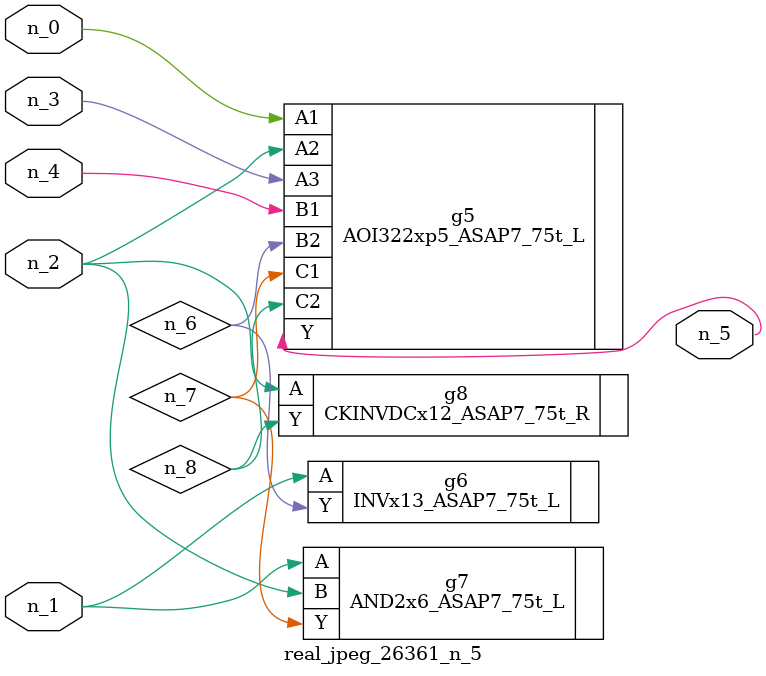
<source format=v>
module real_jpeg_26361_n_5 (n_4, n_0, n_1, n_2, n_3, n_5);

input n_4;
input n_0;
input n_1;
input n_2;
input n_3;

output n_5;

wire n_8;
wire n_6;
wire n_7;

AOI322xp5_ASAP7_75t_L g5 ( 
.A1(n_0),
.A2(n_2),
.A3(n_3),
.B1(n_4),
.B2(n_6),
.C1(n_7),
.C2(n_8),
.Y(n_5)
);

INVx13_ASAP7_75t_L g6 ( 
.A(n_1),
.Y(n_6)
);

AND2x6_ASAP7_75t_L g7 ( 
.A(n_1),
.B(n_2),
.Y(n_7)
);

CKINVDCx12_ASAP7_75t_R g8 ( 
.A(n_2),
.Y(n_8)
);


endmodule
</source>
